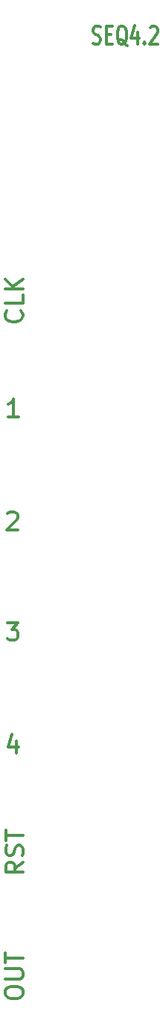
<source format=gtl>
G04 #@! TF.GenerationSoftware,KiCad,Pcbnew,5.1.7-a382d34a8~87~ubuntu18.04.1*
G04 #@! TF.CreationDate,2021-01-14T14:13:34+00:00*
G04 #@! TF.ProjectId,seq4.2-panel,73657134-2e32-42d7-9061-6e656c2e6b69,rev?*
G04 #@! TF.SameCoordinates,Original*
G04 #@! TF.FileFunction,Copper,L1,Top*
G04 #@! TF.FilePolarity,Positive*
%FSLAX46Y46*%
G04 Gerber Fmt 4.6, Leading zero omitted, Abs format (unit mm)*
G04 Created by KiCad (PCBNEW 5.1.7-a382d34a8~87~ubuntu18.04.1) date 2021-01-14 14:13:34*
%MOMM*%
%LPD*%
G01*
G04 APERTURE LIST*
G04 #@! TA.AperFunction,NonConductor*
%ADD10C,0.300000*%
G04 #@! TD*
G04 APERTURE END LIST*
D10*
X112310528Y-43811723D02*
X112524814Y-43906961D01*
X112881957Y-43906961D01*
X113024814Y-43811723D01*
X113096242Y-43716485D01*
X113167671Y-43526009D01*
X113167671Y-43335533D01*
X113096242Y-43145057D01*
X113024814Y-43049819D01*
X112881957Y-42954580D01*
X112596242Y-42859342D01*
X112453385Y-42764104D01*
X112381957Y-42668866D01*
X112310528Y-42478390D01*
X112310528Y-42287914D01*
X112381957Y-42097438D01*
X112453385Y-42002200D01*
X112596242Y-41906961D01*
X112953385Y-41906961D01*
X113167671Y-42002200D01*
X113810528Y-42859342D02*
X114310528Y-42859342D01*
X114524814Y-43906961D02*
X113810528Y-43906961D01*
X113810528Y-41906961D01*
X114524814Y-41906961D01*
X116167671Y-44097438D02*
X116024814Y-44002200D01*
X115881957Y-43811723D01*
X115667671Y-43526009D01*
X115524814Y-43430771D01*
X115381957Y-43430771D01*
X115453385Y-43906961D02*
X115310528Y-43811723D01*
X115167671Y-43621247D01*
X115096242Y-43240295D01*
X115096242Y-42573628D01*
X115167671Y-42192676D01*
X115310528Y-42002200D01*
X115453385Y-41906961D01*
X115739100Y-41906961D01*
X115881957Y-42002200D01*
X116024814Y-42192676D01*
X116096242Y-42573628D01*
X116096242Y-43240295D01*
X116024814Y-43621247D01*
X115881957Y-43811723D01*
X115739100Y-43906961D01*
X115453385Y-43906961D01*
X117381957Y-42573628D02*
X117381957Y-43906961D01*
X117024814Y-41811723D02*
X116667671Y-43240295D01*
X117596242Y-43240295D01*
X118167671Y-43716485D02*
X118239100Y-43811723D01*
X118167671Y-43906961D01*
X118096242Y-43811723D01*
X118167671Y-43716485D01*
X118167671Y-43906961D01*
X118810528Y-42097438D02*
X118881957Y-42002200D01*
X119024814Y-41906961D01*
X119381957Y-41906961D01*
X119524814Y-42002200D01*
X119596242Y-42097438D01*
X119667671Y-42287914D01*
X119667671Y-42478390D01*
X119596242Y-42764104D01*
X118739100Y-43906961D01*
X119667671Y-43906961D01*
X102333561Y-151377400D02*
X102333561Y-150996447D01*
X102428800Y-150805971D01*
X102619276Y-150615495D01*
X103000228Y-150520257D01*
X103666895Y-150520257D01*
X104047847Y-150615495D01*
X104238323Y-150805971D01*
X104333561Y-150996447D01*
X104333561Y-151377400D01*
X104238323Y-151567876D01*
X104047847Y-151758352D01*
X103666895Y-151853590D01*
X103000228Y-151853590D01*
X102619276Y-151758352D01*
X102428800Y-151567876D01*
X102333561Y-151377400D01*
X102333561Y-149663114D02*
X103952609Y-149663114D01*
X104143085Y-149567876D01*
X104238323Y-149472638D01*
X104333561Y-149282161D01*
X104333561Y-148901209D01*
X104238323Y-148710733D01*
X104143085Y-148615495D01*
X103952609Y-148520257D01*
X102333561Y-148520257D01*
X102333561Y-147853590D02*
X102333561Y-146710733D01*
X104333561Y-147282161D02*
X102333561Y-147282161D01*
X104371661Y-136464538D02*
X103419280Y-137131204D01*
X104371661Y-137607395D02*
X102371661Y-137607395D01*
X102371661Y-136845490D01*
X102466900Y-136655014D01*
X102562138Y-136559776D01*
X102752614Y-136464538D01*
X103038328Y-136464538D01*
X103228804Y-136559776D01*
X103324042Y-136655014D01*
X103419280Y-136845490D01*
X103419280Y-137607395D01*
X104276423Y-135702633D02*
X104371661Y-135416919D01*
X104371661Y-134940728D01*
X104276423Y-134750252D01*
X104181185Y-134655014D01*
X103990709Y-134559776D01*
X103800233Y-134559776D01*
X103609757Y-134655014D01*
X103514519Y-134750252D01*
X103419280Y-134940728D01*
X103324042Y-135321680D01*
X103228804Y-135512157D01*
X103133566Y-135607395D01*
X102943090Y-135702633D01*
X102752614Y-135702633D01*
X102562138Y-135607395D01*
X102466900Y-135512157D01*
X102371661Y-135321680D01*
X102371661Y-134845490D01*
X102466900Y-134559776D01*
X102371661Y-133988347D02*
X102371661Y-132845490D01*
X104371661Y-133416919D02*
X102371661Y-133416919D01*
X103593852Y-122799528D02*
X103593852Y-124132861D01*
X103117661Y-122037623D02*
X102641471Y-123466195D01*
X103879566Y-123466195D01*
X102546233Y-109356661D02*
X103784328Y-109356661D01*
X103117661Y-110118566D01*
X103403376Y-110118566D01*
X103593852Y-110213804D01*
X103689090Y-110309042D01*
X103784328Y-110499519D01*
X103784328Y-110975709D01*
X103689090Y-111166185D01*
X103593852Y-111261423D01*
X103403376Y-111356661D01*
X102831947Y-111356661D01*
X102641471Y-111261423D01*
X102546233Y-111166185D01*
X102590671Y-97037638D02*
X102685909Y-96942400D01*
X102876385Y-96847161D01*
X103352576Y-96847161D01*
X103543052Y-96942400D01*
X103638290Y-97037638D01*
X103733528Y-97228114D01*
X103733528Y-97418590D01*
X103638290Y-97704304D01*
X102495433Y-98847161D01*
X103733528Y-98847161D01*
X103809728Y-86083661D02*
X102666871Y-86083661D01*
X103238300Y-86083661D02*
X103238300Y-84083661D01*
X103047823Y-84369376D01*
X102857347Y-84559852D01*
X102666871Y-84655090D01*
X104130385Y-74113876D02*
X104225623Y-74209114D01*
X104320861Y-74494828D01*
X104320861Y-74685304D01*
X104225623Y-74971019D01*
X104035147Y-75161495D01*
X103844671Y-75256733D01*
X103463719Y-75351971D01*
X103178004Y-75351971D01*
X102797052Y-75256733D01*
X102606576Y-75161495D01*
X102416100Y-74971019D01*
X102320861Y-74685304D01*
X102320861Y-74494828D01*
X102416100Y-74209114D01*
X102511338Y-74113876D01*
X104320861Y-72304352D02*
X104320861Y-73256733D01*
X102320861Y-73256733D01*
X104320861Y-71637685D02*
X102320861Y-71637685D01*
X104320861Y-70494828D02*
X103178004Y-71351971D01*
X102320861Y-70494828D02*
X103463719Y-71637685D01*
M02*

</source>
